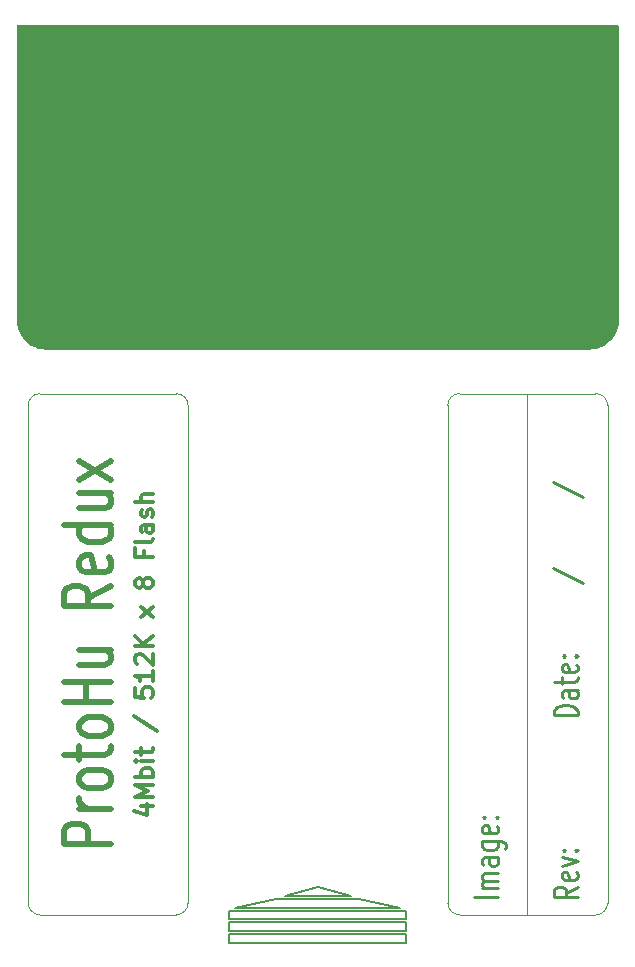
<source format=gbr>
%TF.GenerationSoftware,KiCad,Pcbnew,7.0.8*%
%TF.CreationDate,2023-11-19T20:43:58+01:00*%
%TF.ProjectId,ProtoHu_revA_layer1,50726f74-6f48-4755-9f72-6576415f6c61,rev?*%
%TF.SameCoordinates,Original*%
%TF.FileFunction,Legend,Top*%
%TF.FilePolarity,Positive*%
%FSLAX46Y46*%
G04 Gerber Fmt 4.6, Leading zero omitted, Abs format (unit mm)*
G04 Created by KiCad (PCBNEW 7.0.8) date 2023-11-19 20:43:58*
%MOMM*%
%LPD*%
G01*
G04 APERTURE LIST*
%ADD10C,0.150000*%
%ADD11C,0.100000*%
%ADD12C,0.500000*%
%ADD13C,0.250000*%
%ADD14C,0.300000*%
G04 APERTURE END LIST*
D10*
X141000000Y-144900000D02*
X156000000Y-144900000D01*
X156000000Y-145650000D01*
X141000000Y-145650000D01*
X141000000Y-144900000D01*
D11*
X166250000Y-144250000D02*
X172000000Y-144250000D01*
X159500000Y-143250000D02*
X159500000Y-101125000D01*
X124975000Y-100125000D02*
X130725000Y-100125000D01*
X123975000Y-143250000D02*
G75*
G03*
X124975000Y-144250000I1000000J0D01*
G01*
X159500000Y-143250000D02*
G75*
G03*
X160500000Y-144250000I1000000J0D01*
G01*
D10*
X141000000Y-143900000D02*
X156000000Y-143900000D01*
X156000000Y-144650000D01*
X141000000Y-144650000D01*
X141000000Y-143900000D01*
D11*
X136475000Y-100125000D02*
X130725000Y-100125000D01*
D10*
X141000000Y-145900000D02*
X156000000Y-145900000D01*
X156000000Y-146650000D01*
X141000000Y-146650000D01*
X141000000Y-145900000D01*
D11*
X136517893Y-144249993D02*
G75*
G03*
X137517893Y-143250000I7J999993D01*
G01*
X166250000Y-100125000D02*
X166250000Y-144250000D01*
X124975000Y-100125000D02*
G75*
G03*
X123975000Y-101125000I0J-1000000D01*
G01*
D10*
X155500000Y-143650000D02*
X141500000Y-143650000D01*
X144999999Y-142900000D01*
X152000001Y-142900000D01*
X155500000Y-143650000D01*
D11*
X172000000Y-100125000D02*
X166250000Y-100125000D01*
X137517900Y-101125000D02*
G75*
G03*
X136517893Y-100125000I-1000000J0D01*
G01*
X172042893Y-144249993D02*
G75*
G03*
X173042893Y-143250000I7J999993D01*
G01*
X173042893Y-143250000D02*
X173042893Y-101125000D01*
X160500000Y-100125000D02*
X166250000Y-100125000D01*
X137517893Y-143250000D02*
X137517893Y-101125000D01*
X160500000Y-100125000D02*
G75*
G03*
X159500000Y-101125000I0J-1000000D01*
G01*
X173042900Y-101125000D02*
G75*
G03*
X172042893Y-100125000I-1000000J0D01*
G01*
X166250000Y-144250000D02*
X160500000Y-144250000D01*
X130725000Y-144250000D02*
X124975000Y-144250000D01*
X123975000Y-143250000D02*
X123975000Y-101125000D01*
D10*
X151312499Y-142650000D02*
X145687501Y-142650000D01*
X148500000Y-141900000D01*
X151312499Y-142650000D01*
D11*
X130725000Y-144250000D02*
X136475000Y-144250000D01*
D12*
X130984476Y-138258929D02*
X126984476Y-138258929D01*
X126984476Y-138258929D02*
X126984476Y-137116072D01*
X126984476Y-137116072D02*
X127174952Y-136830357D01*
X127174952Y-136830357D02*
X127365428Y-136687500D01*
X127365428Y-136687500D02*
X127746380Y-136544643D01*
X127746380Y-136544643D02*
X128317809Y-136544643D01*
X128317809Y-136544643D02*
X128698761Y-136687500D01*
X128698761Y-136687500D02*
X128889238Y-136830357D01*
X128889238Y-136830357D02*
X129079714Y-137116072D01*
X129079714Y-137116072D02*
X129079714Y-138258929D01*
X130984476Y-135258929D02*
X128317809Y-135258929D01*
X129079714Y-135258929D02*
X128698761Y-135116072D01*
X128698761Y-135116072D02*
X128508285Y-134973215D01*
X128508285Y-134973215D02*
X128317809Y-134687500D01*
X128317809Y-134687500D02*
X128317809Y-134401786D01*
X130984476Y-132973214D02*
X130794000Y-133258929D01*
X130794000Y-133258929D02*
X130603523Y-133401786D01*
X130603523Y-133401786D02*
X130222571Y-133544643D01*
X130222571Y-133544643D02*
X129079714Y-133544643D01*
X129079714Y-133544643D02*
X128698761Y-133401786D01*
X128698761Y-133401786D02*
X128508285Y-133258929D01*
X128508285Y-133258929D02*
X128317809Y-132973214D01*
X128317809Y-132973214D02*
X128317809Y-132544643D01*
X128317809Y-132544643D02*
X128508285Y-132258929D01*
X128508285Y-132258929D02*
X128698761Y-132116072D01*
X128698761Y-132116072D02*
X129079714Y-131973214D01*
X129079714Y-131973214D02*
X130222571Y-131973214D01*
X130222571Y-131973214D02*
X130603523Y-132116072D01*
X130603523Y-132116072D02*
X130794000Y-132258929D01*
X130794000Y-132258929D02*
X130984476Y-132544643D01*
X130984476Y-132544643D02*
X130984476Y-132973214D01*
X128317809Y-131116071D02*
X128317809Y-129973214D01*
X126984476Y-130687500D02*
X130413047Y-130687500D01*
X130413047Y-130687500D02*
X130794000Y-130544643D01*
X130794000Y-130544643D02*
X130984476Y-130258928D01*
X130984476Y-130258928D02*
X130984476Y-129973214D01*
X130984476Y-128544642D02*
X130794000Y-128830357D01*
X130794000Y-128830357D02*
X130603523Y-128973214D01*
X130603523Y-128973214D02*
X130222571Y-129116071D01*
X130222571Y-129116071D02*
X129079714Y-129116071D01*
X129079714Y-129116071D02*
X128698761Y-128973214D01*
X128698761Y-128973214D02*
X128508285Y-128830357D01*
X128508285Y-128830357D02*
X128317809Y-128544642D01*
X128317809Y-128544642D02*
X128317809Y-128116071D01*
X128317809Y-128116071D02*
X128508285Y-127830357D01*
X128508285Y-127830357D02*
X128698761Y-127687500D01*
X128698761Y-127687500D02*
X129079714Y-127544642D01*
X129079714Y-127544642D02*
X130222571Y-127544642D01*
X130222571Y-127544642D02*
X130603523Y-127687500D01*
X130603523Y-127687500D02*
X130794000Y-127830357D01*
X130794000Y-127830357D02*
X130984476Y-128116071D01*
X130984476Y-128116071D02*
X130984476Y-128544642D01*
X130984476Y-126258928D02*
X126984476Y-126258928D01*
X128889238Y-126258928D02*
X128889238Y-124544642D01*
X130984476Y-124544642D02*
X126984476Y-124544642D01*
X128317809Y-121830357D02*
X130984476Y-121830357D01*
X128317809Y-123116071D02*
X130413047Y-123116071D01*
X130413047Y-123116071D02*
X130794000Y-122973214D01*
X130794000Y-122973214D02*
X130984476Y-122687499D01*
X130984476Y-122687499D02*
X130984476Y-122258928D01*
X130984476Y-122258928D02*
X130794000Y-121973214D01*
X130794000Y-121973214D02*
X130603523Y-121830357D01*
X130984476Y-116401785D02*
X129079714Y-117401785D01*
X130984476Y-118116071D02*
X126984476Y-118116071D01*
X126984476Y-118116071D02*
X126984476Y-116973214D01*
X126984476Y-116973214D02*
X127174952Y-116687499D01*
X127174952Y-116687499D02*
X127365428Y-116544642D01*
X127365428Y-116544642D02*
X127746380Y-116401785D01*
X127746380Y-116401785D02*
X128317809Y-116401785D01*
X128317809Y-116401785D02*
X128698761Y-116544642D01*
X128698761Y-116544642D02*
X128889238Y-116687499D01*
X128889238Y-116687499D02*
X129079714Y-116973214D01*
X129079714Y-116973214D02*
X129079714Y-118116071D01*
X130794000Y-113973214D02*
X130984476Y-114258928D01*
X130984476Y-114258928D02*
X130984476Y-114830357D01*
X130984476Y-114830357D02*
X130794000Y-115116071D01*
X130794000Y-115116071D02*
X130413047Y-115258928D01*
X130413047Y-115258928D02*
X128889238Y-115258928D01*
X128889238Y-115258928D02*
X128508285Y-115116071D01*
X128508285Y-115116071D02*
X128317809Y-114830357D01*
X128317809Y-114830357D02*
X128317809Y-114258928D01*
X128317809Y-114258928D02*
X128508285Y-113973214D01*
X128508285Y-113973214D02*
X128889238Y-113830357D01*
X128889238Y-113830357D02*
X129270190Y-113830357D01*
X129270190Y-113830357D02*
X129651142Y-115258928D01*
X130984476Y-111258928D02*
X126984476Y-111258928D01*
X130794000Y-111258928D02*
X130984476Y-111544642D01*
X130984476Y-111544642D02*
X130984476Y-112116070D01*
X130984476Y-112116070D02*
X130794000Y-112401785D01*
X130794000Y-112401785D02*
X130603523Y-112544642D01*
X130603523Y-112544642D02*
X130222571Y-112687499D01*
X130222571Y-112687499D02*
X129079714Y-112687499D01*
X129079714Y-112687499D02*
X128698761Y-112544642D01*
X128698761Y-112544642D02*
X128508285Y-112401785D01*
X128508285Y-112401785D02*
X128317809Y-112116070D01*
X128317809Y-112116070D02*
X128317809Y-111544642D01*
X128317809Y-111544642D02*
X128508285Y-111258928D01*
X128317809Y-108544642D02*
X130984476Y-108544642D01*
X128317809Y-109830356D02*
X130413047Y-109830356D01*
X130413047Y-109830356D02*
X130794000Y-109687499D01*
X130794000Y-109687499D02*
X130984476Y-109401784D01*
X130984476Y-109401784D02*
X130984476Y-108973213D01*
X130984476Y-108973213D02*
X130794000Y-108687499D01*
X130794000Y-108687499D02*
X130603523Y-108544642D01*
X130984476Y-107401784D02*
X128317809Y-105830356D01*
X128317809Y-107401784D02*
X130984476Y-105830356D01*
D13*
X170492238Y-127367384D02*
X168492238Y-127367384D01*
X168492238Y-127367384D02*
X168492238Y-127010241D01*
X168492238Y-127010241D02*
X168587476Y-126795955D01*
X168587476Y-126795955D02*
X168777952Y-126653098D01*
X168777952Y-126653098D02*
X168968428Y-126581669D01*
X168968428Y-126581669D02*
X169349380Y-126510241D01*
X169349380Y-126510241D02*
X169635095Y-126510241D01*
X169635095Y-126510241D02*
X170016047Y-126581669D01*
X170016047Y-126581669D02*
X170206523Y-126653098D01*
X170206523Y-126653098D02*
X170397000Y-126795955D01*
X170397000Y-126795955D02*
X170492238Y-127010241D01*
X170492238Y-127010241D02*
X170492238Y-127367384D01*
X170492238Y-125224527D02*
X169444619Y-125224527D01*
X169444619Y-125224527D02*
X169254142Y-125295955D01*
X169254142Y-125295955D02*
X169158904Y-125438812D01*
X169158904Y-125438812D02*
X169158904Y-125724527D01*
X169158904Y-125724527D02*
X169254142Y-125867384D01*
X170397000Y-125224527D02*
X170492238Y-125367384D01*
X170492238Y-125367384D02*
X170492238Y-125724527D01*
X170492238Y-125724527D02*
X170397000Y-125867384D01*
X170397000Y-125867384D02*
X170206523Y-125938812D01*
X170206523Y-125938812D02*
X170016047Y-125938812D01*
X170016047Y-125938812D02*
X169825571Y-125867384D01*
X169825571Y-125867384D02*
X169730333Y-125724527D01*
X169730333Y-125724527D02*
X169730333Y-125367384D01*
X169730333Y-125367384D02*
X169635095Y-125224527D01*
X169158904Y-124724526D02*
X169158904Y-124153098D01*
X168492238Y-124510241D02*
X170206523Y-124510241D01*
X170206523Y-124510241D02*
X170397000Y-124438812D01*
X170397000Y-124438812D02*
X170492238Y-124295955D01*
X170492238Y-124295955D02*
X170492238Y-124153098D01*
X170397000Y-123081669D02*
X170492238Y-123224526D01*
X170492238Y-123224526D02*
X170492238Y-123510241D01*
X170492238Y-123510241D02*
X170397000Y-123653098D01*
X170397000Y-123653098D02*
X170206523Y-123724526D01*
X170206523Y-123724526D02*
X169444619Y-123724526D01*
X169444619Y-123724526D02*
X169254142Y-123653098D01*
X169254142Y-123653098D02*
X169158904Y-123510241D01*
X169158904Y-123510241D02*
X169158904Y-123224526D01*
X169158904Y-123224526D02*
X169254142Y-123081669D01*
X169254142Y-123081669D02*
X169444619Y-123010241D01*
X169444619Y-123010241D02*
X169635095Y-123010241D01*
X169635095Y-123010241D02*
X169825571Y-123724526D01*
X170301761Y-122367384D02*
X170397000Y-122295955D01*
X170397000Y-122295955D02*
X170492238Y-122367384D01*
X170492238Y-122367384D02*
X170397000Y-122438812D01*
X170397000Y-122438812D02*
X170301761Y-122367384D01*
X170301761Y-122367384D02*
X170492238Y-122367384D01*
X169254142Y-122367384D02*
X169349380Y-122295955D01*
X169349380Y-122295955D02*
X169444619Y-122367384D01*
X169444619Y-122367384D02*
X169349380Y-122438812D01*
X169349380Y-122438812D02*
X169254142Y-122367384D01*
X169254142Y-122367384D02*
X169444619Y-122367384D01*
X168397000Y-114867384D02*
X170968428Y-116153098D01*
X168397000Y-107581670D02*
X170968428Y-108867384D01*
X170492238Y-141877241D02*
X169539857Y-142377241D01*
X170492238Y-142734384D02*
X168492238Y-142734384D01*
X168492238Y-142734384D02*
X168492238Y-142162955D01*
X168492238Y-142162955D02*
X168587476Y-142020098D01*
X168587476Y-142020098D02*
X168682714Y-141948669D01*
X168682714Y-141948669D02*
X168873190Y-141877241D01*
X168873190Y-141877241D02*
X169158904Y-141877241D01*
X169158904Y-141877241D02*
X169349380Y-141948669D01*
X169349380Y-141948669D02*
X169444619Y-142020098D01*
X169444619Y-142020098D02*
X169539857Y-142162955D01*
X169539857Y-142162955D02*
X169539857Y-142734384D01*
X170397000Y-140662955D02*
X170492238Y-140805812D01*
X170492238Y-140805812D02*
X170492238Y-141091527D01*
X170492238Y-141091527D02*
X170397000Y-141234384D01*
X170397000Y-141234384D02*
X170206523Y-141305812D01*
X170206523Y-141305812D02*
X169444619Y-141305812D01*
X169444619Y-141305812D02*
X169254142Y-141234384D01*
X169254142Y-141234384D02*
X169158904Y-141091527D01*
X169158904Y-141091527D02*
X169158904Y-140805812D01*
X169158904Y-140805812D02*
X169254142Y-140662955D01*
X169254142Y-140662955D02*
X169444619Y-140591527D01*
X169444619Y-140591527D02*
X169635095Y-140591527D01*
X169635095Y-140591527D02*
X169825571Y-141305812D01*
X169158904Y-140091527D02*
X170492238Y-139734384D01*
X170492238Y-139734384D02*
X169158904Y-139377241D01*
X170301761Y-138805813D02*
X170397000Y-138734384D01*
X170397000Y-138734384D02*
X170492238Y-138805813D01*
X170492238Y-138805813D02*
X170397000Y-138877241D01*
X170397000Y-138877241D02*
X170301761Y-138805813D01*
X170301761Y-138805813D02*
X170492238Y-138805813D01*
X169254142Y-138805813D02*
X169349380Y-138734384D01*
X169349380Y-138734384D02*
X169444619Y-138805813D01*
X169444619Y-138805813D02*
X169349380Y-138877241D01*
X169349380Y-138877241D02*
X169254142Y-138805813D01*
X169254142Y-138805813D02*
X169444619Y-138805813D01*
D14*
X133550828Y-135080356D02*
X134550828Y-135080356D01*
X132979400Y-135437498D02*
X134050828Y-135794641D01*
X134050828Y-135794641D02*
X134050828Y-134866070D01*
X134550828Y-134294642D02*
X133050828Y-134294642D01*
X133050828Y-134294642D02*
X134122257Y-133794642D01*
X134122257Y-133794642D02*
X133050828Y-133294642D01*
X133050828Y-133294642D02*
X134550828Y-133294642D01*
X134550828Y-132580356D02*
X133050828Y-132580356D01*
X133622257Y-132580356D02*
X133550828Y-132437499D01*
X133550828Y-132437499D02*
X133550828Y-132151784D01*
X133550828Y-132151784D02*
X133622257Y-132008927D01*
X133622257Y-132008927D02*
X133693685Y-131937499D01*
X133693685Y-131937499D02*
X133836542Y-131866070D01*
X133836542Y-131866070D02*
X134265114Y-131866070D01*
X134265114Y-131866070D02*
X134407971Y-131937499D01*
X134407971Y-131937499D02*
X134479400Y-132008927D01*
X134479400Y-132008927D02*
X134550828Y-132151784D01*
X134550828Y-132151784D02*
X134550828Y-132437499D01*
X134550828Y-132437499D02*
X134479400Y-132580356D01*
X134550828Y-131223213D02*
X133550828Y-131223213D01*
X133050828Y-131223213D02*
X133122257Y-131294641D01*
X133122257Y-131294641D02*
X133193685Y-131223213D01*
X133193685Y-131223213D02*
X133122257Y-131151784D01*
X133122257Y-131151784D02*
X133050828Y-131223213D01*
X133050828Y-131223213D02*
X133193685Y-131223213D01*
X133550828Y-130723212D02*
X133550828Y-130151784D01*
X133050828Y-130508927D02*
X134336542Y-130508927D01*
X134336542Y-130508927D02*
X134479400Y-130437498D01*
X134479400Y-130437498D02*
X134550828Y-130294641D01*
X134550828Y-130294641D02*
X134550828Y-130151784D01*
X132979400Y-127437498D02*
X134907971Y-128723212D01*
X133050828Y-125080355D02*
X133050828Y-125794641D01*
X133050828Y-125794641D02*
X133765114Y-125866069D01*
X133765114Y-125866069D02*
X133693685Y-125794641D01*
X133693685Y-125794641D02*
X133622257Y-125651784D01*
X133622257Y-125651784D02*
X133622257Y-125294641D01*
X133622257Y-125294641D02*
X133693685Y-125151784D01*
X133693685Y-125151784D02*
X133765114Y-125080355D01*
X133765114Y-125080355D02*
X133907971Y-125008926D01*
X133907971Y-125008926D02*
X134265114Y-125008926D01*
X134265114Y-125008926D02*
X134407971Y-125080355D01*
X134407971Y-125080355D02*
X134479400Y-125151784D01*
X134479400Y-125151784D02*
X134550828Y-125294641D01*
X134550828Y-125294641D02*
X134550828Y-125651784D01*
X134550828Y-125651784D02*
X134479400Y-125794641D01*
X134479400Y-125794641D02*
X134407971Y-125866069D01*
X134550828Y-123580355D02*
X134550828Y-124437498D01*
X134550828Y-124008927D02*
X133050828Y-124008927D01*
X133050828Y-124008927D02*
X133265114Y-124151784D01*
X133265114Y-124151784D02*
X133407971Y-124294641D01*
X133407971Y-124294641D02*
X133479400Y-124437498D01*
X133193685Y-123008927D02*
X133122257Y-122937499D01*
X133122257Y-122937499D02*
X133050828Y-122794642D01*
X133050828Y-122794642D02*
X133050828Y-122437499D01*
X133050828Y-122437499D02*
X133122257Y-122294642D01*
X133122257Y-122294642D02*
X133193685Y-122223213D01*
X133193685Y-122223213D02*
X133336542Y-122151784D01*
X133336542Y-122151784D02*
X133479400Y-122151784D01*
X133479400Y-122151784D02*
X133693685Y-122223213D01*
X133693685Y-122223213D02*
X134550828Y-123080356D01*
X134550828Y-123080356D02*
X134550828Y-122151784D01*
X134550828Y-121508928D02*
X133050828Y-121508928D01*
X134550828Y-120651785D02*
X133693685Y-121294642D01*
X133050828Y-120651785D02*
X133907971Y-121508928D01*
X134550828Y-119008928D02*
X133550828Y-118223214D01*
X133550828Y-119008928D02*
X134550828Y-118223214D01*
X133693685Y-116294642D02*
X133622257Y-116437499D01*
X133622257Y-116437499D02*
X133550828Y-116508928D01*
X133550828Y-116508928D02*
X133407971Y-116580356D01*
X133407971Y-116580356D02*
X133336542Y-116580356D01*
X133336542Y-116580356D02*
X133193685Y-116508928D01*
X133193685Y-116508928D02*
X133122257Y-116437499D01*
X133122257Y-116437499D02*
X133050828Y-116294642D01*
X133050828Y-116294642D02*
X133050828Y-116008928D01*
X133050828Y-116008928D02*
X133122257Y-115866071D01*
X133122257Y-115866071D02*
X133193685Y-115794642D01*
X133193685Y-115794642D02*
X133336542Y-115723213D01*
X133336542Y-115723213D02*
X133407971Y-115723213D01*
X133407971Y-115723213D02*
X133550828Y-115794642D01*
X133550828Y-115794642D02*
X133622257Y-115866071D01*
X133622257Y-115866071D02*
X133693685Y-116008928D01*
X133693685Y-116008928D02*
X133693685Y-116294642D01*
X133693685Y-116294642D02*
X133765114Y-116437499D01*
X133765114Y-116437499D02*
X133836542Y-116508928D01*
X133836542Y-116508928D02*
X133979400Y-116580356D01*
X133979400Y-116580356D02*
X134265114Y-116580356D01*
X134265114Y-116580356D02*
X134407971Y-116508928D01*
X134407971Y-116508928D02*
X134479400Y-116437499D01*
X134479400Y-116437499D02*
X134550828Y-116294642D01*
X134550828Y-116294642D02*
X134550828Y-116008928D01*
X134550828Y-116008928D02*
X134479400Y-115866071D01*
X134479400Y-115866071D02*
X134407971Y-115794642D01*
X134407971Y-115794642D02*
X134265114Y-115723213D01*
X134265114Y-115723213D02*
X133979400Y-115723213D01*
X133979400Y-115723213D02*
X133836542Y-115794642D01*
X133836542Y-115794642D02*
X133765114Y-115866071D01*
X133765114Y-115866071D02*
X133693685Y-116008928D01*
X133765114Y-113437500D02*
X133765114Y-113937500D01*
X134550828Y-113937500D02*
X133050828Y-113937500D01*
X133050828Y-113937500D02*
X133050828Y-113223214D01*
X134550828Y-112437500D02*
X134479400Y-112580357D01*
X134479400Y-112580357D02*
X134336542Y-112651786D01*
X134336542Y-112651786D02*
X133050828Y-112651786D01*
X134550828Y-111223215D02*
X133765114Y-111223215D01*
X133765114Y-111223215D02*
X133622257Y-111294643D01*
X133622257Y-111294643D02*
X133550828Y-111437500D01*
X133550828Y-111437500D02*
X133550828Y-111723215D01*
X133550828Y-111723215D02*
X133622257Y-111866072D01*
X134479400Y-111223215D02*
X134550828Y-111366072D01*
X134550828Y-111366072D02*
X134550828Y-111723215D01*
X134550828Y-111723215D02*
X134479400Y-111866072D01*
X134479400Y-111866072D02*
X134336542Y-111937500D01*
X134336542Y-111937500D02*
X134193685Y-111937500D01*
X134193685Y-111937500D02*
X134050828Y-111866072D01*
X134050828Y-111866072D02*
X133979400Y-111723215D01*
X133979400Y-111723215D02*
X133979400Y-111366072D01*
X133979400Y-111366072D02*
X133907971Y-111223215D01*
X134479400Y-110580357D02*
X134550828Y-110437500D01*
X134550828Y-110437500D02*
X134550828Y-110151786D01*
X134550828Y-110151786D02*
X134479400Y-110008929D01*
X134479400Y-110008929D02*
X134336542Y-109937500D01*
X134336542Y-109937500D02*
X134265114Y-109937500D01*
X134265114Y-109937500D02*
X134122257Y-110008929D01*
X134122257Y-110008929D02*
X134050828Y-110151786D01*
X134050828Y-110151786D02*
X134050828Y-110366072D01*
X134050828Y-110366072D02*
X133979400Y-110508929D01*
X133979400Y-110508929D02*
X133836542Y-110580357D01*
X133836542Y-110580357D02*
X133765114Y-110580357D01*
X133765114Y-110580357D02*
X133622257Y-110508929D01*
X133622257Y-110508929D02*
X133550828Y-110366072D01*
X133550828Y-110366072D02*
X133550828Y-110151786D01*
X133550828Y-110151786D02*
X133622257Y-110008929D01*
X134550828Y-109294643D02*
X133050828Y-109294643D01*
X134550828Y-108651786D02*
X133765114Y-108651786D01*
X133765114Y-108651786D02*
X133622257Y-108723214D01*
X133622257Y-108723214D02*
X133550828Y-108866071D01*
X133550828Y-108866071D02*
X133550828Y-109080357D01*
X133550828Y-109080357D02*
X133622257Y-109223214D01*
X133622257Y-109223214D02*
X133693685Y-109294643D01*
D13*
X163742238Y-142728384D02*
X161742238Y-142728384D01*
X163742238Y-142014098D02*
X162408904Y-142014098D01*
X162599380Y-142014098D02*
X162504142Y-141942669D01*
X162504142Y-141942669D02*
X162408904Y-141799812D01*
X162408904Y-141799812D02*
X162408904Y-141585526D01*
X162408904Y-141585526D02*
X162504142Y-141442669D01*
X162504142Y-141442669D02*
X162694619Y-141371241D01*
X162694619Y-141371241D02*
X163742238Y-141371241D01*
X162694619Y-141371241D02*
X162504142Y-141299812D01*
X162504142Y-141299812D02*
X162408904Y-141156955D01*
X162408904Y-141156955D02*
X162408904Y-140942669D01*
X162408904Y-140942669D02*
X162504142Y-140799812D01*
X162504142Y-140799812D02*
X162694619Y-140728383D01*
X162694619Y-140728383D02*
X163742238Y-140728383D01*
X163742238Y-139371241D02*
X162694619Y-139371241D01*
X162694619Y-139371241D02*
X162504142Y-139442669D01*
X162504142Y-139442669D02*
X162408904Y-139585526D01*
X162408904Y-139585526D02*
X162408904Y-139871241D01*
X162408904Y-139871241D02*
X162504142Y-140014098D01*
X163647000Y-139371241D02*
X163742238Y-139514098D01*
X163742238Y-139514098D02*
X163742238Y-139871241D01*
X163742238Y-139871241D02*
X163647000Y-140014098D01*
X163647000Y-140014098D02*
X163456523Y-140085526D01*
X163456523Y-140085526D02*
X163266047Y-140085526D01*
X163266047Y-140085526D02*
X163075571Y-140014098D01*
X163075571Y-140014098D02*
X162980333Y-139871241D01*
X162980333Y-139871241D02*
X162980333Y-139514098D01*
X162980333Y-139514098D02*
X162885095Y-139371241D01*
X162408904Y-138014098D02*
X164027952Y-138014098D01*
X164027952Y-138014098D02*
X164218428Y-138085526D01*
X164218428Y-138085526D02*
X164313666Y-138156955D01*
X164313666Y-138156955D02*
X164408904Y-138299812D01*
X164408904Y-138299812D02*
X164408904Y-138514098D01*
X164408904Y-138514098D02*
X164313666Y-138656955D01*
X163647000Y-138014098D02*
X163742238Y-138156955D01*
X163742238Y-138156955D02*
X163742238Y-138442669D01*
X163742238Y-138442669D02*
X163647000Y-138585526D01*
X163647000Y-138585526D02*
X163551761Y-138656955D01*
X163551761Y-138656955D02*
X163361285Y-138728383D01*
X163361285Y-138728383D02*
X162789857Y-138728383D01*
X162789857Y-138728383D02*
X162599380Y-138656955D01*
X162599380Y-138656955D02*
X162504142Y-138585526D01*
X162504142Y-138585526D02*
X162408904Y-138442669D01*
X162408904Y-138442669D02*
X162408904Y-138156955D01*
X162408904Y-138156955D02*
X162504142Y-138014098D01*
X163647000Y-136728383D02*
X163742238Y-136871240D01*
X163742238Y-136871240D02*
X163742238Y-137156955D01*
X163742238Y-137156955D02*
X163647000Y-137299812D01*
X163647000Y-137299812D02*
X163456523Y-137371240D01*
X163456523Y-137371240D02*
X162694619Y-137371240D01*
X162694619Y-137371240D02*
X162504142Y-137299812D01*
X162504142Y-137299812D02*
X162408904Y-137156955D01*
X162408904Y-137156955D02*
X162408904Y-136871240D01*
X162408904Y-136871240D02*
X162504142Y-136728383D01*
X162504142Y-136728383D02*
X162694619Y-136656955D01*
X162694619Y-136656955D02*
X162885095Y-136656955D01*
X162885095Y-136656955D02*
X163075571Y-137371240D01*
X163551761Y-136014098D02*
X163647000Y-135942669D01*
X163647000Y-135942669D02*
X163742238Y-136014098D01*
X163742238Y-136014098D02*
X163647000Y-136085526D01*
X163647000Y-136085526D02*
X163551761Y-136014098D01*
X163551761Y-136014098D02*
X163742238Y-136014098D01*
X162504142Y-136014098D02*
X162599380Y-135942669D01*
X162599380Y-135942669D02*
X162694619Y-136014098D01*
X162694619Y-136014098D02*
X162599380Y-136085526D01*
X162599380Y-136085526D02*
X162504142Y-136014098D01*
X162504142Y-136014098D02*
X162694619Y-136014098D01*
G36*
X173943039Y-74469685D02*
G01*
X173988794Y-74522489D01*
X174000000Y-74574000D01*
X174000000Y-93897962D01*
X173999867Y-93902018D01*
X173978877Y-94222262D01*
X173977817Y-94230311D01*
X173915608Y-94543056D01*
X173913507Y-94550897D01*
X173811007Y-94852856D01*
X173807900Y-94860357D01*
X173666863Y-95146351D01*
X173662803Y-95153382D01*
X173485643Y-95418521D01*
X173480701Y-95424962D01*
X173270449Y-95664708D01*
X173264708Y-95670449D01*
X173024962Y-95880701D01*
X173018521Y-95885643D01*
X172753382Y-96062803D01*
X172746351Y-96066863D01*
X172460357Y-96207900D01*
X172452856Y-96211007D01*
X172150897Y-96313507D01*
X172143056Y-96315608D01*
X171830311Y-96377817D01*
X171822262Y-96378877D01*
X171502018Y-96399867D01*
X171497962Y-96400000D01*
X125502038Y-96400000D01*
X125497982Y-96399867D01*
X125177737Y-96378877D01*
X125169688Y-96377817D01*
X124856943Y-96315608D01*
X124849102Y-96313507D01*
X124547143Y-96211007D01*
X124539642Y-96207900D01*
X124253648Y-96066863D01*
X124246617Y-96062803D01*
X123981478Y-95885643D01*
X123975037Y-95880701D01*
X123735291Y-95670449D01*
X123729550Y-95664708D01*
X123519298Y-95424962D01*
X123514356Y-95418521D01*
X123337196Y-95153382D01*
X123333136Y-95146351D01*
X123192099Y-94860357D01*
X123188992Y-94852856D01*
X123086492Y-94550897D01*
X123084391Y-94543056D01*
X123022182Y-94230311D01*
X123021122Y-94222261D01*
X123000133Y-93902018D01*
X123000000Y-93897962D01*
X123000000Y-74574000D01*
X123019685Y-74506961D01*
X123072489Y-74461206D01*
X123124000Y-74450000D01*
X173876000Y-74450000D01*
X173943039Y-74469685D01*
G37*
G36*
X173943039Y-68919685D02*
G01*
X173988794Y-68972489D01*
X174000000Y-69024000D01*
X174000000Y-78126000D01*
X173980315Y-78193039D01*
X173927511Y-78238794D01*
X173876000Y-78250000D01*
X123124000Y-78250000D01*
X123056961Y-78230315D01*
X123011206Y-78177511D01*
X123000000Y-78126000D01*
X123000000Y-69024000D01*
X123019685Y-68956961D01*
X123072489Y-68911206D01*
X123124000Y-68900000D01*
X173876000Y-68900000D01*
X173943039Y-68919685D01*
G37*
M02*

</source>
